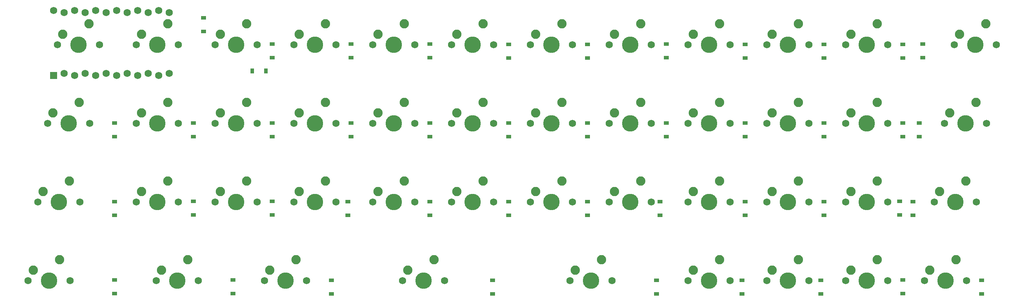
<source format=gbr>
G04 #@! TF.GenerationSoftware,KiCad,Pcbnew,6.0.10-86aedd382b~118~ubuntu20.04.1*
G04 #@! TF.CreationDate,2023-01-08T22:55:38-06:00*
G04 #@! TF.ProjectId,keyboard,6b657962-6f61-4726-942e-6b696361645f,rev?*
G04 #@! TF.SameCoordinates,Original*
G04 #@! TF.FileFunction,Soldermask,Bot*
G04 #@! TF.FilePolarity,Negative*
%FSLAX46Y46*%
G04 Gerber Fmt 4.6, Leading zero omitted, Abs format (unit mm)*
G04 Created by KiCad (PCBNEW 6.0.10-86aedd382b~118~ubuntu20.04.1) date 2023-01-08 22:55:38*
%MOMM*%
%LPD*%
G01*
G04 APERTURE LIST*
%ADD10C,1.750000*%
%ADD11C,3.987800*%
%ADD12C,2.250000*%
%ADD13R,1.752600X1.752600*%
%ADD14C,1.752600*%
%ADD15R,1.200000X0.900000*%
%ADD16R,0.900000X1.200000*%
G04 APERTURE END LIST*
D10*
X172557800Y-95407400D03*
X182717800Y-95407400D03*
D11*
X177637800Y-95407400D03*
D12*
X173827800Y-92867400D03*
X180177800Y-90327400D03*
D11*
X51431550Y-57307400D03*
D10*
X56511550Y-57307400D03*
X46351550Y-57307400D03*
D12*
X47621550Y-54767400D03*
X53971550Y-52227400D03*
D10*
X270824050Y-76357400D03*
D11*
X265744050Y-76357400D03*
D10*
X260664050Y-76357400D03*
D12*
X261934050Y-73817400D03*
X268284050Y-71277400D03*
D11*
X103819050Y-95407400D03*
D10*
X98739050Y-95407400D03*
X108899050Y-95407400D03*
D12*
X100009050Y-92867400D03*
X106359050Y-90327400D03*
D11*
X268125300Y-57307400D03*
D10*
X273205300Y-57307400D03*
X263045300Y-57307400D03*
D12*
X264315300Y-54767400D03*
X270665300Y-52227400D03*
D10*
X43970300Y-76357400D03*
X54130300Y-76357400D03*
D11*
X49050300Y-76357400D03*
D12*
X45240300Y-73817400D03*
X51590300Y-71277400D03*
D10*
X82705300Y-95407400D03*
D11*
X77625300Y-95407400D03*
D10*
X72545300Y-95407400D03*
D12*
X73815300Y-92867400D03*
X80165300Y-90327400D03*
D10*
X275586550Y-38257400D03*
X265426550Y-38257400D03*
D11*
X270506550Y-38257400D03*
D12*
X266696550Y-35717400D03*
X273046550Y-33177400D03*
D10*
X51749050Y-95407400D03*
X41589050Y-95407400D03*
D11*
X46669050Y-95407400D03*
D12*
X42859050Y-92867400D03*
X49209050Y-90327400D03*
D10*
X132076550Y-95407400D03*
X142236550Y-95407400D03*
D11*
X137156550Y-95407400D03*
D12*
X133346550Y-92867400D03*
X139696550Y-90327400D03*
D11*
X72862800Y-57307400D03*
D10*
X67782800Y-57307400D03*
X77942800Y-57307400D03*
D12*
X69052800Y-54767400D03*
X75402800Y-52227400D03*
D10*
X154142800Y-38257400D03*
X143982800Y-38257400D03*
D11*
X149062800Y-38257400D03*
D12*
X145252800Y-35717400D03*
X151602800Y-33177400D03*
D10*
X116042800Y-76357400D03*
X105882800Y-76357400D03*
D11*
X110962800Y-76357400D03*
D12*
X107152800Y-73817400D03*
X113502800Y-71277400D03*
D10*
X201132800Y-76357400D03*
D11*
X206212800Y-76357400D03*
D10*
X211292800Y-76357400D03*
D12*
X202402800Y-73817400D03*
X208752800Y-71277400D03*
D10*
X135092800Y-76357400D03*
X124932800Y-76357400D03*
D11*
X130012800Y-76357400D03*
D12*
X126202800Y-73817400D03*
X132552800Y-71277400D03*
D10*
X230342800Y-76357400D03*
D11*
X225262800Y-76357400D03*
D10*
X220182800Y-76357400D03*
D12*
X221452800Y-73817400D03*
X227802800Y-71277400D03*
D10*
X211292800Y-57307400D03*
D11*
X206212800Y-57307400D03*
D10*
X201132800Y-57307400D03*
D12*
X202402800Y-54767400D03*
X208752800Y-52227400D03*
D10*
X116042800Y-38257400D03*
X105882800Y-38257400D03*
D11*
X110962800Y-38257400D03*
D12*
X107152800Y-35717400D03*
X113502800Y-33177400D03*
D11*
X263362800Y-95407400D03*
D10*
X258282800Y-95407400D03*
X268442800Y-95407400D03*
D12*
X259552800Y-92867400D03*
X265902800Y-90327400D03*
D10*
X143982800Y-57307400D03*
D11*
X149062800Y-57307400D03*
D10*
X154142800Y-57307400D03*
D12*
X145252800Y-54767400D03*
X151602800Y-52227400D03*
D10*
X192242800Y-76357400D03*
D11*
X187162800Y-76357400D03*
D10*
X182082800Y-76357400D03*
D12*
X183352800Y-73817400D03*
X189702800Y-71277400D03*
D10*
X230342800Y-57307400D03*
X220182800Y-57307400D03*
D11*
X225262800Y-57307400D03*
D12*
X221452800Y-54767400D03*
X227802800Y-52227400D03*
D10*
X173192800Y-38257400D03*
X163032800Y-38257400D03*
D11*
X168112800Y-38257400D03*
D12*
X164302800Y-35717400D03*
X170652800Y-33177400D03*
D10*
X163032800Y-76357400D03*
D11*
X168112800Y-76357400D03*
D10*
X173192800Y-76357400D03*
D12*
X164302800Y-73817400D03*
X170652800Y-71277400D03*
D10*
X182082800Y-38257400D03*
D11*
X187162800Y-38257400D03*
D10*
X192242800Y-38257400D03*
D12*
X183352800Y-35717400D03*
X189702800Y-33177400D03*
D10*
X173192800Y-57307400D03*
X163032800Y-57307400D03*
D11*
X168112800Y-57307400D03*
D12*
X164302800Y-54767400D03*
X170652800Y-52227400D03*
D11*
X187162800Y-57307400D03*
D10*
X182082800Y-57307400D03*
X192242800Y-57307400D03*
D12*
X183352800Y-54767400D03*
X189702800Y-52227400D03*
D10*
X249392800Y-57307400D03*
X239232800Y-57307400D03*
D11*
X244312800Y-57307400D03*
D12*
X240502800Y-54767400D03*
X246852800Y-52227400D03*
D11*
X130012800Y-38257400D03*
D10*
X135092800Y-38257400D03*
X124932800Y-38257400D03*
D12*
X126202800Y-35717400D03*
X132552800Y-33177400D03*
D11*
X225262800Y-95407400D03*
D10*
X230342800Y-95407400D03*
X220182800Y-95407400D03*
D12*
X221452800Y-92867400D03*
X227802800Y-90327400D03*
D11*
X72862800Y-38257400D03*
D10*
X67782800Y-38257400D03*
X77942800Y-38257400D03*
D12*
X69052800Y-35717400D03*
X75402800Y-33177400D03*
D10*
X86832800Y-57307400D03*
X96992800Y-57307400D03*
D11*
X91912800Y-57307400D03*
D12*
X88102800Y-54767400D03*
X94452800Y-52227400D03*
D10*
X116042800Y-57307400D03*
X105882800Y-57307400D03*
D11*
X110962800Y-57307400D03*
D12*
X107152800Y-54767400D03*
X113502800Y-52227400D03*
D10*
X239232800Y-38257400D03*
D11*
X244312800Y-38257400D03*
D10*
X249392800Y-38257400D03*
D12*
X240502800Y-35717400D03*
X246852800Y-33177400D03*
D10*
X249392800Y-76357400D03*
D11*
X244312800Y-76357400D03*
D10*
X239232800Y-76357400D03*
D12*
X240502800Y-73817400D03*
X246852800Y-71277400D03*
D11*
X206212800Y-95407400D03*
D10*
X211292800Y-95407400D03*
X201132800Y-95407400D03*
D12*
X202402800Y-92867400D03*
X208752800Y-90327400D03*
D10*
X124932800Y-57307400D03*
X135092800Y-57307400D03*
D11*
X130012800Y-57307400D03*
D12*
X126202800Y-54767400D03*
X132552800Y-52227400D03*
D11*
X53812800Y-38257400D03*
D10*
X58892800Y-38257400D03*
X48732800Y-38257400D03*
D12*
X50002800Y-35717400D03*
X56352800Y-33177400D03*
D10*
X201132800Y-38257400D03*
D11*
X206212800Y-38257400D03*
D10*
X211292800Y-38257400D03*
D12*
X202402800Y-35717400D03*
X208752800Y-33177400D03*
D10*
X143982800Y-76357400D03*
X154142800Y-76357400D03*
D11*
X149062800Y-76357400D03*
D12*
X145252800Y-73817400D03*
X151602800Y-71277400D03*
D10*
X96992800Y-38257400D03*
X86832800Y-38257400D03*
D11*
X91912800Y-38257400D03*
D12*
X88102800Y-35717400D03*
X94452800Y-33177400D03*
D11*
X91912800Y-76357400D03*
D10*
X96992800Y-76357400D03*
X86832800Y-76357400D03*
D12*
X88102800Y-73817400D03*
X94452800Y-71277400D03*
D10*
X230342800Y-38257400D03*
D11*
X225262800Y-38257400D03*
D10*
X220182800Y-38257400D03*
D12*
X221452800Y-35717400D03*
X227802800Y-33177400D03*
D11*
X72862800Y-76357400D03*
D10*
X67782800Y-76357400D03*
X77942800Y-76357400D03*
D12*
X69052800Y-73817400D03*
X75402800Y-71277400D03*
D10*
X239232800Y-95407400D03*
X249392800Y-95407400D03*
D11*
X244312800Y-95407400D03*
D12*
X240502800Y-92867400D03*
X246852800Y-90327400D03*
D13*
X47734050Y-45704600D03*
D14*
X50274050Y-45247400D03*
X52814050Y-45704600D03*
X55354050Y-45247400D03*
X57894050Y-45704600D03*
X60434050Y-45247400D03*
X62974050Y-45704600D03*
X65514050Y-45247400D03*
X68054050Y-45704600D03*
X70594050Y-45247400D03*
X73134050Y-45704600D03*
X75674050Y-45247400D03*
X75674050Y-30464600D03*
X73134050Y-30007400D03*
X70594050Y-30464600D03*
X68054050Y-30007400D03*
X65514050Y-30464600D03*
X62974050Y-30007400D03*
X60434050Y-30464600D03*
X57894050Y-30007400D03*
X55354050Y-30464600D03*
X52814050Y-30007400D03*
X50274050Y-30464600D03*
X47734050Y-30007400D03*
D15*
X193512800Y-98644900D03*
X193512800Y-95344900D03*
X62544050Y-60544900D03*
X62544050Y-57244900D03*
X255425300Y-79594900D03*
X255425300Y-76294900D03*
X114931550Y-98644900D03*
X114931550Y-95344900D03*
X257012800Y-60544900D03*
X257012800Y-57244900D03*
X62544050Y-79594900D03*
X62544050Y-76294900D03*
X91119050Y-98582400D03*
X91119050Y-95282400D03*
X257806550Y-41432400D03*
X257806550Y-38132400D03*
X62544050Y-98582400D03*
X62544050Y-95282400D03*
X153825300Y-98644900D03*
X153825300Y-95344900D03*
X81594050Y-60544900D03*
X81594050Y-57244900D03*
X157794050Y-41494900D03*
X157794050Y-38194900D03*
X118900300Y-79594900D03*
X118900300Y-76294900D03*
X214944050Y-79594900D03*
X214944050Y-76294900D03*
X138744050Y-79594900D03*
X138744050Y-76294900D03*
X233994050Y-79594900D03*
X233994050Y-76294900D03*
X214944050Y-60544900D03*
X214944050Y-57244900D03*
X119694050Y-41432400D03*
X119694050Y-38132400D03*
X272094050Y-98644900D03*
X272094050Y-95344900D03*
X157794050Y-60544900D03*
X157794050Y-57244900D03*
X194306550Y-79594900D03*
X194306550Y-76294900D03*
X233994050Y-60544900D03*
X233994050Y-57244900D03*
X176844050Y-41494900D03*
X176844050Y-38194900D03*
X176844050Y-79594900D03*
X176844050Y-76294900D03*
X195894050Y-41432400D03*
X195894050Y-38132400D03*
X176844050Y-60544900D03*
X176844050Y-57244900D03*
X195894050Y-60544900D03*
X195894050Y-57244900D03*
X253044050Y-60544900D03*
X253044050Y-57244900D03*
X138744050Y-41432400D03*
X138744050Y-38132400D03*
X233200300Y-98644900D03*
X233200300Y-95344900D03*
X83975300Y-35082400D03*
X83975300Y-31782400D03*
X100644050Y-60544900D03*
X100644050Y-57244900D03*
X119694050Y-60544900D03*
X119694050Y-57244900D03*
X253044050Y-41494900D03*
X253044050Y-38194900D03*
X252250300Y-79532400D03*
X252250300Y-76232400D03*
X214150300Y-98644900D03*
X214150300Y-95344900D03*
X138744050Y-60544900D03*
X138744050Y-57244900D03*
D16*
X99056550Y-44607400D03*
X95756550Y-44607400D03*
D15*
X214944050Y-41494900D03*
X214944050Y-38194900D03*
X157794050Y-79594900D03*
X157794050Y-76294900D03*
X100644050Y-41432400D03*
X100644050Y-38132400D03*
X100644050Y-79532400D03*
X100644050Y-76232400D03*
X233994050Y-41494900D03*
X233994050Y-38194900D03*
X81594050Y-79532400D03*
X81594050Y-76232400D03*
X253044050Y-98582400D03*
X253044050Y-95282400D03*
M02*

</source>
